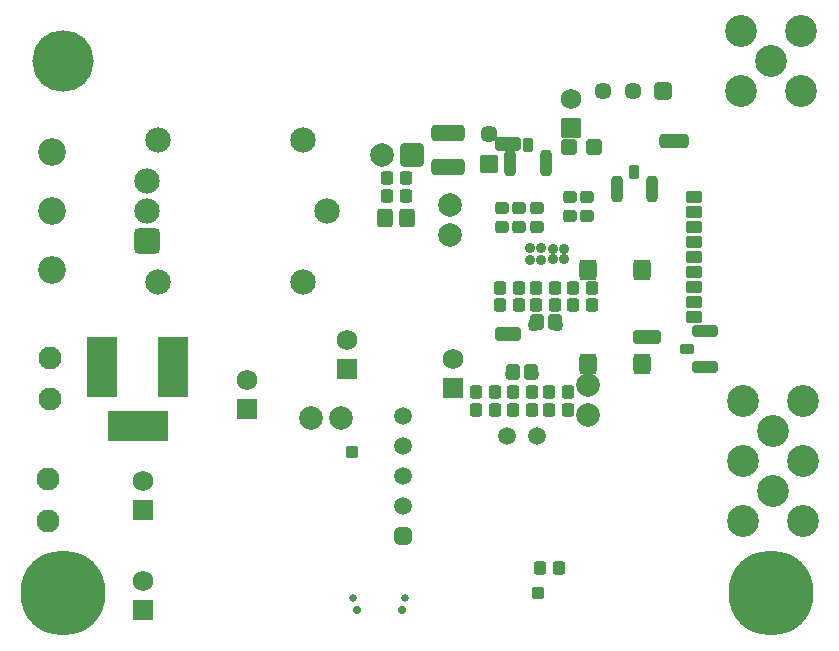
<source format=gbs>
%FSLAX44Y44*%
%MOMM*%
G71*
G01*
G75*
G04 Layer_Color=16711935*
G04:AMPARAMS|DCode=10|XSize=0.67mm|YSize=0.67mm|CornerRadius=0.1508mm|HoleSize=0mm|Usage=FLASHONLY|Rotation=90.000|XOffset=0mm|YOffset=0mm|HoleType=Round|Shape=RoundedRectangle|*
%AMROUNDEDRECTD10*
21,1,0.6700,0.3685,0,0,90.0*
21,1,0.3685,0.6700,0,0,90.0*
1,1,0.3015,0.1843,0.1843*
1,1,0.3015,0.1843,-0.1843*
1,1,0.3015,-0.1843,-0.1843*
1,1,0.3015,-0.1843,0.1843*
%
%ADD10ROUNDEDRECTD10*%
G04:AMPARAMS|DCode=11|XSize=0.67mm|YSize=0.67mm|CornerRadius=0.1508mm|HoleSize=0mm|Usage=FLASHONLY|Rotation=180.000|XOffset=0mm|YOffset=0mm|HoleType=Round|Shape=RoundedRectangle|*
%AMROUNDEDRECTD11*
21,1,0.6700,0.3685,0,0,180.0*
21,1,0.3685,0.6700,0,0,180.0*
1,1,0.3015,-0.1843,0.1843*
1,1,0.3015,0.1843,0.1843*
1,1,0.3015,0.1843,-0.1843*
1,1,0.3015,-0.1843,-0.1843*
%
%ADD11ROUNDEDRECTD11*%
G04:AMPARAMS|DCode=12|XSize=1.1mm|YSize=0.6mm|CornerRadius=0.201mm|HoleSize=0mm|Usage=FLASHONLY|Rotation=270.000|XOffset=0mm|YOffset=0mm|HoleType=Round|Shape=RoundedRectangle|*
%AMROUNDEDRECTD12*
21,1,1.1000,0.1980,0,0,270.0*
21,1,0.6980,0.6000,0,0,270.0*
1,1,0.4020,-0.0990,-0.3490*
1,1,0.4020,-0.0990,0.3490*
1,1,0.4020,0.0990,0.3490*
1,1,0.4020,0.0990,-0.3490*
%
%ADD12ROUNDEDRECTD12*%
G04:AMPARAMS|DCode=13|XSize=2.5mm|YSize=2mm|CornerRadius=0.25mm|HoleSize=0mm|Usage=FLASHONLY|Rotation=270.000|XOffset=0mm|YOffset=0mm|HoleType=Round|Shape=RoundedRectangle|*
%AMROUNDEDRECTD13*
21,1,2.5000,1.5000,0,0,270.0*
21,1,2.0000,2.0000,0,0,270.0*
1,1,0.5000,-0.7500,-1.0000*
1,1,0.5000,-0.7500,1.0000*
1,1,0.5000,0.7500,1.0000*
1,1,0.5000,0.7500,-1.0000*
%
%ADD13ROUNDEDRECTD13*%
G04:AMPARAMS|DCode=14|XSize=2.7mm|YSize=1.2mm|CornerRadius=0.21mm|HoleSize=0mm|Usage=FLASHONLY|Rotation=0.000|XOffset=0mm|YOffset=0mm|HoleType=Round|Shape=RoundedRectangle|*
%AMROUNDEDRECTD14*
21,1,2.7000,0.7800,0,0,0.0*
21,1,2.2800,1.2000,0,0,0.0*
1,1,0.4200,1.1400,-0.3900*
1,1,0.4200,-1.1400,-0.3900*
1,1,0.4200,-1.1400,0.3900*
1,1,0.4200,1.1400,0.3900*
%
%ADD14ROUNDEDRECTD14*%
G04:AMPARAMS|DCode=15|XSize=1.05mm|YSize=0.65mm|CornerRadius=0.2015mm|HoleSize=0mm|Usage=FLASHONLY|Rotation=90.000|XOffset=0mm|YOffset=0mm|HoleType=Round|Shape=RoundedRectangle|*
%AMROUNDEDRECTD15*
21,1,1.0500,0.2470,0,0,90.0*
21,1,0.6470,0.6500,0,0,90.0*
1,1,0.4030,0.1235,0.3235*
1,1,0.4030,0.1235,-0.3235*
1,1,0.4030,-0.1235,-0.3235*
1,1,0.4030,-0.1235,0.3235*
%
%ADD15ROUNDEDRECTD15*%
G04:AMPARAMS|DCode=16|XSize=2.5mm|YSize=2mm|CornerRadius=0.2mm|HoleSize=0mm|Usage=FLASHONLY|Rotation=90.000|XOffset=0mm|YOffset=0mm|HoleType=Round|Shape=RoundedRectangle|*
%AMROUNDEDRECTD16*
21,1,2.5000,1.6000,0,0,90.0*
21,1,2.1000,2.0000,0,0,90.0*
1,1,0.4000,0.8000,1.0500*
1,1,0.4000,0.8000,-1.0500*
1,1,0.4000,-0.8000,-1.0500*
1,1,0.4000,-0.8000,1.0500*
%
%ADD16ROUNDEDRECTD16*%
G04:AMPARAMS|DCode=17|XSize=2.3mm|YSize=0.5mm|CornerRadius=0.2mm|HoleSize=0mm|Usage=FLASHONLY|Rotation=90.000|XOffset=0mm|YOffset=0mm|HoleType=Round|Shape=RoundedRectangle|*
%AMROUNDEDRECTD17*
21,1,2.3000,0.1000,0,0,90.0*
21,1,1.9000,0.5000,0,0,90.0*
1,1,0.4000,0.0500,0.9500*
1,1,0.4000,0.0500,-0.9500*
1,1,0.4000,-0.0500,-0.9500*
1,1,0.4000,-0.0500,0.9500*
%
%ADD17ROUNDEDRECTD17*%
G04:AMPARAMS|DCode=18|XSize=1.1mm|YSize=0.6mm|CornerRadius=0.201mm|HoleSize=0mm|Usage=FLASHONLY|Rotation=180.000|XOffset=0mm|YOffset=0mm|HoleType=Round|Shape=RoundedRectangle|*
%AMROUNDEDRECTD18*
21,1,1.1000,0.1980,0,0,180.0*
21,1,0.6980,0.6000,0,0,180.0*
1,1,0.4020,-0.3490,0.0990*
1,1,0.4020,0.3490,0.0990*
1,1,0.4020,0.3490,-0.0990*
1,1,0.4020,-0.3490,-0.0990*
%
%ADD18ROUNDEDRECTD18*%
G04:AMPARAMS|DCode=19|XSize=1mm|YSize=0.95mm|CornerRadius=0.1995mm|HoleSize=0mm|Usage=FLASHONLY|Rotation=270.000|XOffset=0mm|YOffset=0mm|HoleType=Round|Shape=RoundedRectangle|*
%AMROUNDEDRECTD19*
21,1,1.0000,0.5510,0,0,270.0*
21,1,0.6010,0.9500,0,0,270.0*
1,1,0.3990,-0.2755,-0.3005*
1,1,0.3990,-0.2755,0.3005*
1,1,0.3990,0.2755,0.3005*
1,1,0.3990,0.2755,-0.3005*
%
%ADD19ROUNDEDRECTD19*%
%ADD20R,0.4000X1.4000*%
G04:AMPARAMS|DCode=21|XSize=1.8mm|YSize=1.9mm|CornerRadius=0.45mm|HoleSize=0mm|Usage=FLASHONLY|Rotation=0.000|XOffset=0mm|YOffset=0mm|HoleType=Round|Shape=RoundedRectangle|*
%AMROUNDEDRECTD21*
21,1,1.8000,1.0000,0,0,0.0*
21,1,0.9000,1.9000,0,0,0.0*
1,1,0.9000,0.4500,-0.5000*
1,1,0.9000,-0.4500,-0.5000*
1,1,0.9000,-0.4500,0.5000*
1,1,0.9000,0.4500,0.5000*
%
%ADD21ROUNDEDRECTD21*%
G04:AMPARAMS|DCode=22|XSize=0.7mm|YSize=1mm|CornerRadius=0.175mm|HoleSize=0mm|Usage=FLASHONLY|Rotation=180.000|XOffset=0mm|YOffset=0mm|HoleType=Round|Shape=RoundedRectangle|*
%AMROUNDEDRECTD22*
21,1,0.7000,0.6500,0,0,180.0*
21,1,0.3500,1.0000,0,0,180.0*
1,1,0.3500,-0.1750,0.3250*
1,1,0.3500,0.1750,0.3250*
1,1,0.3500,0.1750,-0.3250*
1,1,0.3500,-0.1750,-0.3250*
%
%ADD22ROUNDEDRECTD22*%
G04:AMPARAMS|DCode=23|XSize=0.8mm|YSize=2mm|CornerRadius=0.2mm|HoleSize=0mm|Usage=FLASHONLY|Rotation=180.000|XOffset=0mm|YOffset=0mm|HoleType=Round|Shape=RoundedRectangle|*
%AMROUNDEDRECTD23*
21,1,0.8000,1.6000,0,0,180.0*
21,1,0.4000,2.0000,0,0,180.0*
1,1,0.4000,-0.2000,0.8000*
1,1,0.4000,0.2000,0.8000*
1,1,0.4000,0.2000,-0.8000*
1,1,0.4000,-0.2000,-0.8000*
%
%ADD23ROUNDEDRECTD23*%
G04:AMPARAMS|DCode=24|XSize=1mm|YSize=0.9mm|CornerRadius=0.198mm|HoleSize=0mm|Usage=FLASHONLY|Rotation=180.000|XOffset=0mm|YOffset=0mm|HoleType=Round|Shape=RoundedRectangle|*
%AMROUNDEDRECTD24*
21,1,1.0000,0.5040,0,0,180.0*
21,1,0.6040,0.9000,0,0,180.0*
1,1,0.3960,-0.3020,0.2520*
1,1,0.3960,0.3020,0.2520*
1,1,0.3960,0.3020,-0.2520*
1,1,0.3960,-0.3020,-0.2520*
%
%ADD24ROUNDEDRECTD24*%
G04:AMPARAMS|DCode=25|XSize=1.05mm|YSize=0.65mm|CornerRadius=0.2015mm|HoleSize=0mm|Usage=FLASHONLY|Rotation=0.000|XOffset=0mm|YOffset=0mm|HoleType=Round|Shape=RoundedRectangle|*
%AMROUNDEDRECTD25*
21,1,1.0500,0.2470,0,0,0.0*
21,1,0.6470,0.6500,0,0,0.0*
1,1,0.4030,0.3235,-0.1235*
1,1,0.4030,-0.3235,-0.1235*
1,1,0.4030,-0.3235,0.1235*
1,1,0.4030,0.3235,0.1235*
%
%ADD25ROUNDEDRECTD25*%
G04:AMPARAMS|DCode=26|XSize=2.5mm|YSize=1.7mm|CornerRadius=0.204mm|HoleSize=0mm|Usage=FLASHONLY|Rotation=0.000|XOffset=0mm|YOffset=0mm|HoleType=Round|Shape=RoundedRectangle|*
%AMROUNDEDRECTD26*
21,1,2.5000,1.2920,0,0,0.0*
21,1,2.0920,1.7000,0,0,0.0*
1,1,0.4080,1.0460,-0.6460*
1,1,0.4080,-1.0460,-0.6460*
1,1,0.4080,-1.0460,0.6460*
1,1,0.4080,1.0460,0.6460*
%
%ADD26ROUNDEDRECTD26*%
G04:AMPARAMS|DCode=27|XSize=5.2mm|YSize=2mm|CornerRadius=0.25mm|HoleSize=0mm|Usage=FLASHONLY|Rotation=180.000|XOffset=0mm|YOffset=0mm|HoleType=Round|Shape=RoundedRectangle|*
%AMROUNDEDRECTD27*
21,1,5.2000,1.5000,0,0,180.0*
21,1,4.7000,2.0000,0,0,180.0*
1,1,0.5000,-2.3500,0.7500*
1,1,0.5000,2.3500,0.7500*
1,1,0.5000,2.3500,-0.7500*
1,1,0.5000,-2.3500,-0.7500*
%
%ADD27ROUNDEDRECTD27*%
G04:AMPARAMS|DCode=28|XSize=0.65mm|YSize=0.35mm|CornerRadius=0.0735mm|HoleSize=0mm|Usage=FLASHONLY|Rotation=0.000|XOffset=0mm|YOffset=0mm|HoleType=Round|Shape=RoundedRectangle|*
%AMROUNDEDRECTD28*
21,1,0.6500,0.2030,0,0,0.0*
21,1,0.5030,0.3500,0,0,0.0*
1,1,0.1470,0.2515,-0.1015*
1,1,0.1470,-0.2515,-0.1015*
1,1,0.1470,-0.2515,0.1015*
1,1,0.1470,0.2515,0.1015*
%
%ADD28ROUNDEDRECTD28*%
G04:AMPARAMS|DCode=29|XSize=0.62mm|YSize=0.62mm|CornerRadius=0.1488mm|HoleSize=0mm|Usage=FLASHONLY|Rotation=0.000|XOffset=0mm|YOffset=0mm|HoleType=Round|Shape=RoundedRectangle|*
%AMROUNDEDRECTD29*
21,1,0.6200,0.3224,0,0,0.0*
21,1,0.3224,0.6200,0,0,0.0*
1,1,0.2976,0.1612,-0.1612*
1,1,0.2976,-0.1612,-0.1612*
1,1,0.2976,-0.1612,0.1612*
1,1,0.2976,0.1612,0.1612*
%
%ADD29ROUNDEDRECTD29*%
G04:AMPARAMS|DCode=30|XSize=0.3mm|YSize=0.25mm|CornerRadius=0.0525mm|HoleSize=0mm|Usage=FLASHONLY|Rotation=0.000|XOffset=0mm|YOffset=0mm|HoleType=Round|Shape=RoundedRectangle|*
%AMROUNDEDRECTD30*
21,1,0.3000,0.1450,0,0,0.0*
21,1,0.1950,0.2500,0,0,0.0*
1,1,0.1050,0.0975,-0.0725*
1,1,0.1050,-0.0975,-0.0725*
1,1,0.1050,-0.0975,0.0725*
1,1,0.1050,0.0975,0.0725*
%
%ADD30ROUNDEDRECTD30*%
%ADD31O,1.5500X0.6000*%
G04:AMPARAMS|DCode=32|XSize=0.62mm|YSize=0.62mm|CornerRadius=0.1488mm|HoleSize=0mm|Usage=FLASHONLY|Rotation=270.000|XOffset=0mm|YOffset=0mm|HoleType=Round|Shape=RoundedRectangle|*
%AMROUNDEDRECTD32*
21,1,0.6200,0.3224,0,0,270.0*
21,1,0.3224,0.6200,0,0,270.0*
1,1,0.2976,-0.1612,-0.1612*
1,1,0.2976,-0.1612,0.1612*
1,1,0.2976,0.1612,0.1612*
1,1,0.2976,0.1612,-0.1612*
%
%ADD32ROUNDEDRECTD32*%
G04:AMPARAMS|DCode=33|XSize=1mm|YSize=0.95mm|CornerRadius=0.1995mm|HoleSize=0mm|Usage=FLASHONLY|Rotation=0.000|XOffset=0mm|YOffset=0mm|HoleType=Round|Shape=RoundedRectangle|*
%AMROUNDEDRECTD33*
21,1,1.0000,0.5510,0,0,0.0*
21,1,0.6010,0.9500,0,0,0.0*
1,1,0.3990,0.3005,-0.2755*
1,1,0.3990,-0.3005,-0.2755*
1,1,0.3990,-0.3005,0.2755*
1,1,0.3990,0.3005,0.2755*
%
%ADD33ROUNDEDRECTD33*%
%ADD34O,0.6000X1.5500*%
G04:AMPARAMS|DCode=35|XSize=3.3mm|YSize=1.65mm|CornerRadius=0.198mm|HoleSize=0mm|Usage=FLASHONLY|Rotation=90.000|XOffset=0mm|YOffset=0mm|HoleType=Round|Shape=RoundedRectangle|*
%AMROUNDEDRECTD35*
21,1,3.3000,1.2540,0,0,90.0*
21,1,2.9040,1.6500,0,0,90.0*
1,1,0.3960,0.6270,1.4520*
1,1,0.3960,0.6270,-1.4520*
1,1,0.3960,-0.6270,-1.4520*
1,1,0.3960,-0.6270,1.4520*
%
%ADD35ROUNDEDRECTD35*%
G04:AMPARAMS|DCode=36|XSize=1mm|YSize=0.9mm|CornerRadius=0.198mm|HoleSize=0mm|Usage=FLASHONLY|Rotation=270.000|XOffset=0mm|YOffset=0mm|HoleType=Round|Shape=RoundedRectangle|*
%AMROUNDEDRECTD36*
21,1,1.0000,0.5040,0,0,270.0*
21,1,0.6040,0.9000,0,0,270.0*
1,1,0.3960,-0.2520,-0.3020*
1,1,0.3960,-0.2520,0.3020*
1,1,0.3960,0.2520,0.3020*
1,1,0.3960,0.2520,-0.3020*
%
%ADD36ROUNDEDRECTD36*%
G04:AMPARAMS|DCode=37|XSize=1.2mm|YSize=2mm|CornerRadius=0.3mm|HoleSize=0mm|Usage=FLASHONLY|Rotation=90.000|XOffset=0mm|YOffset=0mm|HoleType=Round|Shape=RoundedRectangle|*
%AMROUNDEDRECTD37*
21,1,1.2000,1.4000,0,0,90.0*
21,1,0.6000,2.0000,0,0,90.0*
1,1,0.6000,0.7000,0.3000*
1,1,0.6000,0.7000,-0.3000*
1,1,0.6000,-0.7000,-0.3000*
1,1,0.6000,-0.7000,0.3000*
%
%ADD37ROUNDEDRECTD37*%
G04:AMPARAMS|DCode=38|XSize=1.2mm|YSize=1.2mm|CornerRadius=0.198mm|HoleSize=0mm|Usage=FLASHONLY|Rotation=90.000|XOffset=0mm|YOffset=0mm|HoleType=Round|Shape=RoundedRectangle|*
%AMROUNDEDRECTD38*
21,1,1.2000,0.8040,0,0,90.0*
21,1,0.8040,1.2000,0,0,90.0*
1,1,0.3960,0.4020,0.4020*
1,1,0.3960,0.4020,-0.4020*
1,1,0.3960,-0.4020,-0.4020*
1,1,0.3960,-0.4020,0.4020*
%
%ADD38ROUNDEDRECTD38*%
G04:AMPARAMS|DCode=39|XSize=1.45mm|YSize=0.95mm|CornerRadius=0.1995mm|HoleSize=0mm|Usage=FLASHONLY|Rotation=90.000|XOffset=0mm|YOffset=0mm|HoleType=Round|Shape=RoundedRectangle|*
%AMROUNDEDRECTD39*
21,1,1.4500,0.5510,0,0,90.0*
21,1,1.0510,0.9500,0,0,90.0*
1,1,0.3990,0.2755,0.5255*
1,1,0.3990,0.2755,-0.5255*
1,1,0.3990,-0.2755,-0.5255*
1,1,0.3990,-0.2755,0.5255*
%
%ADD39ROUNDEDRECTD39*%
G04:AMPARAMS|DCode=40|XSize=0.3mm|YSize=0.65mm|CornerRadius=0.0495mm|HoleSize=0mm|Usage=FLASHONLY|Rotation=90.000|XOffset=0mm|YOffset=0mm|HoleType=Round|Shape=RoundedRectangle|*
%AMROUNDEDRECTD40*
21,1,0.3000,0.5510,0,0,90.0*
21,1,0.2010,0.6500,0,0,90.0*
1,1,0.0990,0.2755,0.1005*
1,1,0.0990,0.2755,-0.1005*
1,1,0.0990,-0.2755,-0.1005*
1,1,0.0990,-0.2755,0.1005*
%
%ADD40ROUNDEDRECTD40*%
G04:AMPARAMS|DCode=41|XSize=0.5mm|YSize=0.21mm|CornerRadius=0.0347mm|HoleSize=0mm|Usage=FLASHONLY|Rotation=90.000|XOffset=0mm|YOffset=0mm|HoleType=Round|Shape=RoundedRectangle|*
%AMROUNDEDRECTD41*
21,1,0.5000,0.1407,0,0,90.0*
21,1,0.4307,0.2100,0,0,90.0*
1,1,0.0693,0.0704,0.2154*
1,1,0.0693,0.0704,-0.2154*
1,1,0.0693,-0.0704,-0.2154*
1,1,0.0693,-0.0704,0.2154*
%
%ADD41ROUNDEDRECTD41*%
G04:AMPARAMS|DCode=42|XSize=0.7mm|YSize=1.5mm|CornerRadius=0.175mm|HoleSize=0mm|Usage=FLASHONLY|Rotation=0.000|XOffset=0mm|YOffset=0mm|HoleType=Round|Shape=RoundedRectangle|*
%AMROUNDEDRECTD42*
21,1,0.7000,1.1500,0,0,0.0*
21,1,0.3500,1.5000,0,0,0.0*
1,1,0.3500,0.1750,-0.5750*
1,1,0.3500,-0.1750,-0.5750*
1,1,0.3500,-0.1750,0.5750*
1,1,0.3500,0.1750,0.5750*
%
%ADD42ROUNDEDRECTD42*%
%ADD43O,2.5000X0.5000*%
%ADD44O,0.5000X2.5000*%
%ADD45O,1.8000X0.8000*%
%ADD46O,2.5000X1.0000*%
G04:AMPARAMS|DCode=47|XSize=0.8mm|YSize=2mm|CornerRadius=0.2mm|HoleSize=0mm|Usage=FLASHONLY|Rotation=270.000|XOffset=0mm|YOffset=0mm|HoleType=Round|Shape=RoundedRectangle|*
%AMROUNDEDRECTD47*
21,1,0.8000,1.6000,0,0,270.0*
21,1,0.4000,2.0000,0,0,270.0*
1,1,0.4000,-0.8000,-0.2000*
1,1,0.4000,-0.8000,0.2000*
1,1,0.4000,0.8000,0.2000*
1,1,0.4000,0.8000,-0.2000*
%
%ADD47ROUNDEDRECTD47*%
G04:AMPARAMS|DCode=48|XSize=0.7mm|YSize=1mm|CornerRadius=0.175mm|HoleSize=0mm|Usage=FLASHONLY|Rotation=90.000|XOffset=0mm|YOffset=0mm|HoleType=Round|Shape=RoundedRectangle|*
%AMROUNDEDRECTD48*
21,1,0.7000,0.6500,0,0,90.0*
21,1,0.3500,1.0000,0,0,90.0*
1,1,0.3500,0.3250,0.1750*
1,1,0.3500,0.3250,-0.1750*
1,1,0.3500,-0.3250,-0.1750*
1,1,0.3500,-0.3250,0.1750*
%
%ADD48ROUNDEDRECTD48*%
%ADD49O,0.7000X2.5000*%
%ADD50O,2.5000X0.7000*%
%ADD51C,0.5000*%
%ADD52C,0.4000*%
%ADD53C,0.7000*%
%ADD54C,0.2500*%
%ADD55C,0.2000*%
%ADD56C,0.3000*%
%ADD57C,1.0000*%
%ADD58C,0.6000*%
%ADD59C,0.8000*%
%ADD60C,0.9000*%
%ADD61C,1.8000*%
G04:AMPARAMS|DCode=62|XSize=1.3mm|YSize=1.3mm|CornerRadius=0.1625mm|HoleSize=0mm|Usage=FLASHONLY|Rotation=0.000|XOffset=0mm|YOffset=0mm|HoleType=Round|Shape=RoundedRectangle|*
%AMROUNDEDRECTD62*
21,1,1.3000,0.9750,0,0,0.0*
21,1,0.9750,1.3000,0,0,0.0*
1,1,0.3250,0.4875,-0.4875*
1,1,0.3250,-0.4875,-0.4875*
1,1,0.3250,-0.4875,0.4875*
1,1,0.3250,0.4875,0.4875*
%
%ADD62ROUNDEDRECTD62*%
%ADD63C,1.3000*%
%ADD64C,7.0000*%
%ADD65C,0.1000*%
%ADD66C,0.5000*%
G04:AMPARAMS|DCode=67|XSize=2mm|YSize=2mm|CornerRadius=0.25mm|HoleSize=0mm|Usage=FLASHONLY|Rotation=90.000|XOffset=0mm|YOffset=0mm|HoleType=Round|Shape=RoundedRectangle|*
%AMROUNDEDRECTD67*
21,1,2.0000,1.5000,0,0,90.0*
21,1,1.5000,2.0000,0,0,90.0*
1,1,0.5000,0.7500,0.7500*
1,1,0.5000,0.7500,-0.7500*
1,1,0.5000,-0.7500,-0.7500*
1,1,0.5000,-0.7500,0.7500*
%
%ADD67ROUNDEDRECTD67*%
%ADD68C,2.0000*%
%ADD69C,2.5000*%
G04:AMPARAMS|DCode=70|XSize=1.85mm|YSize=1.85mm|CornerRadius=0.2313mm|HoleSize=0mm|Usage=FLASHONLY|Rotation=0.000|XOffset=0mm|YOffset=0mm|HoleType=Round|Shape=RoundedRectangle|*
%AMROUNDEDRECTD70*
21,1,1.8500,1.3875,0,0,0.0*
21,1,1.3875,1.8500,0,0,0.0*
1,1,0.4625,0.6937,-0.6937*
1,1,0.4625,-0.6937,-0.6937*
1,1,0.4625,-0.6937,0.6937*
1,1,0.4625,0.6937,0.6937*
%
%ADD70ROUNDEDRECTD70*%
%ADD71C,1.8500*%
%ADD72C,1.6000*%
%ADD73R,1.6000X1.6000*%
G04:AMPARAMS|DCode=74|XSize=1.3mm|YSize=1.3mm|CornerRadius=0.325mm|HoleSize=0mm|Usage=FLASHONLY|Rotation=90.000|XOffset=0mm|YOffset=0mm|HoleType=Round|Shape=RoundedRectangle|*
%AMROUNDEDRECTD74*
21,1,1.3000,0.6500,0,0,90.0*
21,1,0.6500,1.3000,0,0,90.0*
1,1,0.6500,0.3250,0.3250*
1,1,0.6500,0.3250,-0.3250*
1,1,0.6500,-0.3250,-0.3250*
1,1,0.6500,-0.3250,0.3250*
%
%ADD74ROUNDEDRECTD74*%
%ADD75R,2.5000X5.0000*%
%ADD76R,5.0000X2.5000*%
G04:AMPARAMS|DCode=77|XSize=1mm|YSize=1mm|CornerRadius=0.25mm|HoleSize=0mm|Usage=FLASHONLY|Rotation=0.000|XOffset=0mm|YOffset=0mm|HoleType=Round|Shape=RoundedRectangle|*
%AMROUNDEDRECTD77*
21,1,1.0000,0.5000,0,0,0.0*
21,1,0.5000,1.0000,0,0,0.0*
1,1,0.5000,0.2500,-0.2500*
1,1,0.5000,-0.2500,-0.2500*
1,1,0.5000,-0.2500,0.2500*
1,1,0.5000,0.2500,0.2500*
%
%ADD77ROUNDEDRECTD77*%
%ADD78C,2.2000*%
G04:AMPARAMS|DCode=79|XSize=1.6mm|YSize=1.6mm|CornerRadius=0.2mm|HoleSize=0mm|Usage=FLASHONLY|Rotation=90.000|XOffset=0mm|YOffset=0mm|HoleType=Round|Shape=RoundedRectangle|*
%AMROUNDEDRECTD79*
21,1,1.6000,1.2000,0,0,90.0*
21,1,1.2000,1.6000,0,0,90.0*
1,1,0.4000,0.6000,0.6000*
1,1,0.4000,0.6000,-0.6000*
1,1,0.4000,-0.6000,-0.6000*
1,1,0.4000,-0.6000,0.6000*
%
%ADD79ROUNDEDRECTD79*%
G04:AMPARAMS|DCode=80|XSize=1.4mm|YSize=1.4mm|CornerRadius=0.175mm|HoleSize=0mm|Usage=FLASHONLY|Rotation=90.000|XOffset=0mm|YOffset=0mm|HoleType=Round|Shape=RoundedRectangle|*
%AMROUNDEDRECTD80*
21,1,1.4000,1.0500,0,0,90.0*
21,1,1.0500,1.4000,0,0,90.0*
1,1,0.3500,0.5250,0.5250*
1,1,0.3500,0.5250,-0.5250*
1,1,0.3500,-0.5250,-0.5250*
1,1,0.3500,-0.5250,0.5250*
%
%ADD80ROUNDEDRECTD80*%
%ADD81C,1.0000*%
%ADD82C,0.6000*%
G04:AMPARAMS|DCode=83|XSize=1.15mm|YSize=2.1mm|CornerRadius=0.2875mm|HoleSize=0mm|Usage=FLASHONLY|Rotation=90.000|XOffset=0mm|YOffset=0mm|HoleType=Round|Shape=RoundedRectangle|*
%AMROUNDEDRECTD83*
21,1,1.1500,1.5250,0,0,90.0*
21,1,0.5750,2.1000,0,0,90.0*
1,1,0.5750,0.7625,0.2875*
1,1,0.5750,0.7625,-0.2875*
1,1,0.5750,-0.7625,-0.2875*
1,1,0.5750,-0.7625,0.2875*
%
%ADD83ROUNDEDRECTD83*%
G04:AMPARAMS|DCode=84|XSize=2.5mm|YSize=1.15mm|CornerRadius=0.3852mm|HoleSize=0mm|Usage=FLASHONLY|Rotation=0.000|XOffset=0mm|YOffset=0mm|HoleType=Round|Shape=RoundedRectangle|*
%AMROUNDEDRECTD84*
21,1,2.5000,0.3795,0,0,0.0*
21,1,1.7295,1.1500,0,0,0.0*
1,1,0.7705,0.8648,-0.1898*
1,1,0.7705,-0.8648,-0.1898*
1,1,0.7705,-0.8648,0.1898*
1,1,0.7705,0.8648,0.1898*
%
%ADD84ROUNDEDRECTD84*%
G04:AMPARAMS|DCode=85|XSize=1.3mm|YSize=1mm|CornerRadius=0.25mm|HoleSize=0mm|Usage=FLASHONLY|Rotation=0.000|XOffset=0mm|YOffset=0mm|HoleType=Round|Shape=RoundedRectangle|*
%AMROUNDEDRECTD85*
21,1,1.3000,0.5000,0,0,0.0*
21,1,0.8000,1.0000,0,0,0.0*
1,1,0.5000,0.4000,-0.2500*
1,1,0.5000,-0.4000,-0.2500*
1,1,0.5000,-0.4000,0.2500*
1,1,0.5000,0.4000,0.2500*
%
%ADD85ROUNDEDRECTD85*%
G04:AMPARAMS|DCode=86|XSize=2.35mm|YSize=1.15mm|CornerRadius=0.3852mm|HoleSize=0mm|Usage=FLASHONLY|Rotation=0.000|XOffset=0mm|YOffset=0mm|HoleType=Round|Shape=RoundedRectangle|*
%AMROUNDEDRECTD86*
21,1,2.3500,0.3795,0,0,0.0*
21,1,1.5795,1.1500,0,0,0.0*
1,1,0.7705,0.7897,-0.1898*
1,1,0.7705,-0.7897,-0.1898*
1,1,0.7705,-0.7897,0.1898*
1,1,0.7705,0.7897,0.1898*
%
%ADD86ROUNDEDRECTD86*%
G04:AMPARAMS|DCode=87|XSize=1mm|YSize=1.2mm|CornerRadius=0.165mm|HoleSize=0mm|Usage=FLASHONLY|Rotation=180.000|XOffset=0mm|YOffset=0mm|HoleType=Round|Shape=RoundedRectangle|*
%AMROUNDEDRECTD87*
21,1,1.0000,0.8700,0,0,180.0*
21,1,0.6700,1.2000,0,0,180.0*
1,1,0.3300,-0.3350,0.4350*
1,1,0.3300,0.3350,0.4350*
1,1,0.3300,0.3350,-0.4350*
1,1,0.3300,-0.3350,-0.4350*
%
%ADD87ROUNDEDRECTD87*%
G04:AMPARAMS|DCode=88|XSize=1.6mm|YSize=1.3mm|CornerRadius=0.2015mm|HoleSize=0mm|Usage=FLASHONLY|Rotation=90.000|XOffset=0mm|YOffset=0mm|HoleType=Round|Shape=RoundedRectangle|*
%AMROUNDEDRECTD88*
21,1,1.6000,0.8970,0,0,90.0*
21,1,1.1970,1.3000,0,0,90.0*
1,1,0.4030,0.4485,0.5985*
1,1,0.4030,0.4485,-0.5985*
1,1,0.4030,-0.4485,-0.5985*
1,1,0.4030,-0.4485,0.5985*
%
%ADD88ROUNDEDRECTD88*%
G04:AMPARAMS|DCode=89|XSize=0.7mm|YSize=2.5mm|CornerRadius=0.175mm|HoleSize=0mm|Usage=FLASHONLY|Rotation=180.000|XOffset=0mm|YOffset=0mm|HoleType=Round|Shape=RoundedRectangle|*
%AMROUNDEDRECTD89*
21,1,0.7000,2.1500,0,0,180.0*
21,1,0.3500,2.5000,0,0,180.0*
1,1,0.3500,-0.1750,1.0750*
1,1,0.3500,0.1750,1.0750*
1,1,0.3500,0.1750,-1.0750*
1,1,0.3500,-0.1750,-1.0750*
%
%ADD89ROUNDEDRECTD89*%
G04:AMPARAMS|DCode=90|XSize=1.45mm|YSize=1.15mm|CornerRadius=0.2013mm|HoleSize=0mm|Usage=FLASHONLY|Rotation=90.000|XOffset=0mm|YOffset=0mm|HoleType=Round|Shape=RoundedRectangle|*
%AMROUNDEDRECTD90*
21,1,1.4500,0.7475,0,0,90.0*
21,1,1.0475,1.1500,0,0,90.0*
1,1,0.4025,0.3738,0.5238*
1,1,0.4025,0.3738,-0.5238*
1,1,0.4025,-0.3738,-0.5238*
1,1,0.4025,-0.3738,0.5238*
%
%ADD90ROUNDEDRECTD90*%
G04:AMPARAMS|DCode=91|XSize=1.2mm|YSize=1.2mm|CornerRadius=0.198mm|HoleSize=0mm|Usage=FLASHONLY|Rotation=0.000|XOffset=0mm|YOffset=0mm|HoleType=Round|Shape=RoundedRectangle|*
%AMROUNDEDRECTD91*
21,1,1.2000,0.8040,0,0,0.0*
21,1,0.8040,1.2000,0,0,0.0*
1,1,0.3960,0.4020,-0.4020*
1,1,0.3960,-0.4020,-0.4020*
1,1,0.3960,-0.4020,0.4020*
1,1,0.3960,0.4020,0.4020*
%
%ADD91ROUNDEDRECTD91*%
%ADD92C,5.0000*%
%ADD93C,0.2540*%
%ADD94C,0.1500*%
%ADD95C,0.1000*%
%ADD96C,0.0500*%
%ADD97C,0.0100*%
%ADD98C,0.0750*%
G04:AMPARAMS|DCode=99|XSize=0.77mm|YSize=0.77mm|CornerRadius=0.2008mm|HoleSize=0mm|Usage=FLASHONLY|Rotation=90.000|XOffset=0mm|YOffset=0mm|HoleType=Round|Shape=RoundedRectangle|*
%AMROUNDEDRECTD99*
21,1,0.7700,0.3685,0,0,90.0*
21,1,0.3685,0.7700,0,0,90.0*
1,1,0.4015,0.1843,0.1843*
1,1,0.4015,0.1843,-0.1843*
1,1,0.4015,-0.1843,-0.1843*
1,1,0.4015,-0.1843,0.1843*
%
%ADD99ROUNDEDRECTD99*%
G04:AMPARAMS|DCode=100|XSize=0.77mm|YSize=0.77mm|CornerRadius=0.2008mm|HoleSize=0mm|Usage=FLASHONLY|Rotation=180.000|XOffset=0mm|YOffset=0mm|HoleType=Round|Shape=RoundedRectangle|*
%AMROUNDEDRECTD100*
21,1,0.7700,0.3685,0,0,180.0*
21,1,0.3685,0.7700,0,0,180.0*
1,1,0.4015,-0.1843,0.1843*
1,1,0.4015,0.1843,0.1843*
1,1,0.4015,0.1843,-0.1843*
1,1,0.4015,-0.1843,-0.1843*
%
%ADD100ROUNDEDRECTD100*%
G04:AMPARAMS|DCode=101|XSize=1.25mm|YSize=0.75mm|CornerRadius=0.276mm|HoleSize=0mm|Usage=FLASHONLY|Rotation=270.000|XOffset=0mm|YOffset=0mm|HoleType=Round|Shape=RoundedRectangle|*
%AMROUNDEDRECTD101*
21,1,1.2500,0.1980,0,0,270.0*
21,1,0.6980,0.7500,0,0,270.0*
1,1,0.5520,-0.0990,-0.3490*
1,1,0.5520,-0.0990,0.3490*
1,1,0.5520,0.0990,0.3490*
1,1,0.5520,0.0990,-0.3490*
%
%ADD101ROUNDEDRECTD101*%
G04:AMPARAMS|DCode=102|XSize=2.7032mm|YSize=2.2032mm|CornerRadius=0.3516mm|HoleSize=0mm|Usage=FLASHONLY|Rotation=270.000|XOffset=0mm|YOffset=0mm|HoleType=Round|Shape=RoundedRectangle|*
%AMROUNDEDRECTD102*
21,1,2.7032,1.5000,0,0,270.0*
21,1,2.0000,2.2032,0,0,270.0*
1,1,0.7032,-0.7500,-1.0000*
1,1,0.7032,-0.7500,1.0000*
1,1,0.7032,0.7500,1.0000*
1,1,0.7032,0.7500,-1.0000*
%
%ADD102ROUNDEDRECTD102*%
G04:AMPARAMS|DCode=103|XSize=2.85mm|YSize=1.35mm|CornerRadius=0.285mm|HoleSize=0mm|Usage=FLASHONLY|Rotation=0.000|XOffset=0mm|YOffset=0mm|HoleType=Round|Shape=RoundedRectangle|*
%AMROUNDEDRECTD103*
21,1,2.8500,0.7800,0,0,0.0*
21,1,2.2800,1.3500,0,0,0.0*
1,1,0.5700,1.1400,-0.3900*
1,1,0.5700,-1.1400,-0.3900*
1,1,0.5700,-1.1400,0.3900*
1,1,0.5700,1.1400,0.3900*
%
%ADD103ROUNDEDRECTD103*%
G04:AMPARAMS|DCode=104|XSize=1.2mm|YSize=0.8mm|CornerRadius=0.2765mm|HoleSize=0mm|Usage=FLASHONLY|Rotation=90.000|XOffset=0mm|YOffset=0mm|HoleType=Round|Shape=RoundedRectangle|*
%AMROUNDEDRECTD104*
21,1,1.2000,0.2470,0,0,90.0*
21,1,0.6470,0.8000,0,0,90.0*
1,1,0.5530,0.1235,0.3235*
1,1,0.5530,0.1235,-0.3235*
1,1,0.5530,-0.1235,-0.3235*
1,1,0.5530,-0.1235,0.3235*
%
%ADD104ROUNDEDRECTD104*%
G04:AMPARAMS|DCode=105|XSize=2.65mm|YSize=2.15mm|CornerRadius=0.275mm|HoleSize=0mm|Usage=FLASHONLY|Rotation=90.000|XOffset=0mm|YOffset=0mm|HoleType=Round|Shape=RoundedRectangle|*
%AMROUNDEDRECTD105*
21,1,2.6500,1.6000,0,0,90.0*
21,1,2.1000,2.1500,0,0,90.0*
1,1,0.5500,0.8000,1.0500*
1,1,0.5500,0.8000,-1.0500*
1,1,0.5500,-0.8000,-1.0500*
1,1,0.5500,-0.8000,1.0500*
%
%ADD105ROUNDEDRECTD105*%
G04:AMPARAMS|DCode=106|XSize=2.45mm|YSize=0.65mm|CornerRadius=0.275mm|HoleSize=0mm|Usage=FLASHONLY|Rotation=90.000|XOffset=0mm|YOffset=0mm|HoleType=Round|Shape=RoundedRectangle|*
%AMROUNDEDRECTD106*
21,1,2.4500,0.1000,0,0,90.0*
21,1,1.9000,0.6500,0,0,90.0*
1,1,0.5500,0.0500,0.9500*
1,1,0.5500,0.0500,-0.9500*
1,1,0.5500,-0.0500,-0.9500*
1,1,0.5500,-0.0500,0.9500*
%
%ADD106ROUNDEDRECTD106*%
G04:AMPARAMS|DCode=107|XSize=1.25mm|YSize=0.75mm|CornerRadius=0.276mm|HoleSize=0mm|Usage=FLASHONLY|Rotation=180.000|XOffset=0mm|YOffset=0mm|HoleType=Round|Shape=RoundedRectangle|*
%AMROUNDEDRECTD107*
21,1,1.2500,0.1980,0,0,180.0*
21,1,0.6980,0.7500,0,0,180.0*
1,1,0.5520,-0.3490,0.0990*
1,1,0.5520,0.3490,0.0990*
1,1,0.5520,0.3490,-0.0990*
1,1,0.5520,-0.3490,-0.0990*
%
%ADD107ROUNDEDRECTD107*%
G04:AMPARAMS|DCode=108|XSize=1.15mm|YSize=1.1mm|CornerRadius=0.2745mm|HoleSize=0mm|Usage=FLASHONLY|Rotation=270.000|XOffset=0mm|YOffset=0mm|HoleType=Round|Shape=RoundedRectangle|*
%AMROUNDEDRECTD108*
21,1,1.1500,0.5510,0,0,270.0*
21,1,0.6010,1.1000,0,0,270.0*
1,1,0.5490,-0.2755,-0.3005*
1,1,0.5490,-0.2755,0.3005*
1,1,0.5490,0.2755,0.3005*
1,1,0.5490,0.2755,-0.3005*
%
%ADD108ROUNDEDRECTD108*%
%ADD109R,0.6032X1.6032*%
G04:AMPARAMS|DCode=110|XSize=2.0032mm|YSize=2.1032mm|CornerRadius=0.5516mm|HoleSize=0mm|Usage=FLASHONLY|Rotation=0.000|XOffset=0mm|YOffset=0mm|HoleType=Round|Shape=RoundedRectangle|*
%AMROUNDEDRECTD110*
21,1,2.0032,1.0000,0,0,0.0*
21,1,0.9000,2.1032,0,0,0.0*
1,1,1.1032,0.4500,-0.5000*
1,1,1.1032,-0.4500,-0.5000*
1,1,1.1032,-0.4500,0.5000*
1,1,1.1032,0.4500,0.5000*
%
%ADD110ROUNDEDRECTD110*%
G04:AMPARAMS|DCode=111|XSize=0.9032mm|YSize=1.2032mm|CornerRadius=0.2766mm|HoleSize=0mm|Usage=FLASHONLY|Rotation=180.000|XOffset=0mm|YOffset=0mm|HoleType=Round|Shape=RoundedRectangle|*
%AMROUNDEDRECTD111*
21,1,0.9032,0.6500,0,0,180.0*
21,1,0.3500,1.2032,0,0,180.0*
1,1,0.5532,-0.1750,0.3250*
1,1,0.5532,0.1750,0.3250*
1,1,0.5532,0.1750,-0.3250*
1,1,0.5532,-0.1750,-0.3250*
%
%ADD111ROUNDEDRECTD111*%
G04:AMPARAMS|DCode=112|XSize=1.0032mm|YSize=2.2032mm|CornerRadius=0.3016mm|HoleSize=0mm|Usage=FLASHONLY|Rotation=180.000|XOffset=0mm|YOffset=0mm|HoleType=Round|Shape=RoundedRectangle|*
%AMROUNDEDRECTD112*
21,1,1.0032,1.6000,0,0,180.0*
21,1,0.4000,2.2032,0,0,180.0*
1,1,0.6032,-0.2000,0.8000*
1,1,0.6032,0.2000,0.8000*
1,1,0.6032,0.2000,-0.8000*
1,1,0.6032,-0.2000,-0.8000*
%
%ADD112ROUNDEDRECTD112*%
G04:AMPARAMS|DCode=113|XSize=1.15mm|YSize=1.05mm|CornerRadius=0.273mm|HoleSize=0mm|Usage=FLASHONLY|Rotation=180.000|XOffset=0mm|YOffset=0mm|HoleType=Round|Shape=RoundedRectangle|*
%AMROUNDEDRECTD113*
21,1,1.1500,0.5040,0,0,180.0*
21,1,0.6040,1.0500,0,0,180.0*
1,1,0.5460,-0.3020,0.2520*
1,1,0.5460,0.3020,0.2520*
1,1,0.5460,0.3020,-0.2520*
1,1,0.5460,-0.3020,-0.2520*
%
%ADD113ROUNDEDRECTD113*%
G04:AMPARAMS|DCode=114|XSize=1.2mm|YSize=0.8mm|CornerRadius=0.2765mm|HoleSize=0mm|Usage=FLASHONLY|Rotation=0.000|XOffset=0mm|YOffset=0mm|HoleType=Round|Shape=RoundedRectangle|*
%AMROUNDEDRECTD114*
21,1,1.2000,0.2470,0,0,0.0*
21,1,0.6470,0.8000,0,0,0.0*
1,1,0.5530,0.3235,-0.1235*
1,1,0.5530,-0.3235,-0.1235*
1,1,0.5530,-0.3235,0.1235*
1,1,0.5530,0.3235,0.1235*
%
%ADD114ROUNDEDRECTD114*%
G04:AMPARAMS|DCode=115|XSize=2.65mm|YSize=1.85mm|CornerRadius=0.279mm|HoleSize=0mm|Usage=FLASHONLY|Rotation=0.000|XOffset=0mm|YOffset=0mm|HoleType=Round|Shape=RoundedRectangle|*
%AMROUNDEDRECTD115*
21,1,2.6500,1.2920,0,0,0.0*
21,1,2.0920,1.8500,0,0,0.0*
1,1,0.5580,1.0460,-0.6460*
1,1,0.5580,-1.0460,-0.6460*
1,1,0.5580,-1.0460,0.6460*
1,1,0.5580,1.0460,0.6460*
%
%ADD115ROUNDEDRECTD115*%
G04:AMPARAMS|DCode=116|XSize=5.35mm|YSize=2.15mm|CornerRadius=0.325mm|HoleSize=0mm|Usage=FLASHONLY|Rotation=180.000|XOffset=0mm|YOffset=0mm|HoleType=Round|Shape=RoundedRectangle|*
%AMROUNDEDRECTD116*
21,1,5.3500,1.5000,0,0,180.0*
21,1,4.7000,2.1500,0,0,180.0*
1,1,0.6500,-2.3500,0.7500*
1,1,0.6500,2.3500,0.7500*
1,1,0.6500,2.3500,-0.7500*
1,1,0.6500,-2.3500,-0.7500*
%
%ADD116ROUNDEDRECTD116*%
G04:AMPARAMS|DCode=117|XSize=0.8mm|YSize=0.5mm|CornerRadius=0.1485mm|HoleSize=0mm|Usage=FLASHONLY|Rotation=0.000|XOffset=0mm|YOffset=0mm|HoleType=Round|Shape=RoundedRectangle|*
%AMROUNDEDRECTD117*
21,1,0.8000,0.2030,0,0,0.0*
21,1,0.5030,0.5000,0,0,0.0*
1,1,0.2970,0.2515,-0.1015*
1,1,0.2970,-0.2515,-0.1015*
1,1,0.2970,-0.2515,0.1015*
1,1,0.2970,0.2515,0.1015*
%
%ADD117ROUNDEDRECTD117*%
G04:AMPARAMS|DCode=118|XSize=0.77mm|YSize=0.77mm|CornerRadius=0.2238mm|HoleSize=0mm|Usage=FLASHONLY|Rotation=0.000|XOffset=0mm|YOffset=0mm|HoleType=Round|Shape=RoundedRectangle|*
%AMROUNDEDRECTD118*
21,1,0.7700,0.3224,0,0,0.0*
21,1,0.3224,0.7700,0,0,0.0*
1,1,0.4476,0.1612,-0.1612*
1,1,0.4476,-0.1612,-0.1612*
1,1,0.4476,-0.1612,0.1612*
1,1,0.4476,0.1612,0.1612*
%
%ADD118ROUNDEDRECTD118*%
G04:AMPARAMS|DCode=119|XSize=0.45mm|YSize=0.4mm|CornerRadius=0.1275mm|HoleSize=0mm|Usage=FLASHONLY|Rotation=0.000|XOffset=0mm|YOffset=0mm|HoleType=Round|Shape=RoundedRectangle|*
%AMROUNDEDRECTD119*
21,1,0.4500,0.1450,0,0,0.0*
21,1,0.1950,0.4000,0,0,0.0*
1,1,0.2550,0.0975,-0.0725*
1,1,0.2550,-0.0975,-0.0725*
1,1,0.2550,-0.0975,0.0725*
1,1,0.2550,0.0975,0.0725*
%
%ADD119ROUNDEDRECTD119*%
%ADD120O,1.7000X0.7500*%
G04:AMPARAMS|DCode=121|XSize=0.77mm|YSize=0.77mm|CornerRadius=0.2238mm|HoleSize=0mm|Usage=FLASHONLY|Rotation=270.000|XOffset=0mm|YOffset=0mm|HoleType=Round|Shape=RoundedRectangle|*
%AMROUNDEDRECTD121*
21,1,0.7700,0.3224,0,0,270.0*
21,1,0.3224,0.7700,0,0,270.0*
1,1,0.4476,-0.1612,-0.1612*
1,1,0.4476,-0.1612,0.1612*
1,1,0.4476,0.1612,0.1612*
1,1,0.4476,0.1612,-0.1612*
%
%ADD121ROUNDEDRECTD121*%
G04:AMPARAMS|DCode=122|XSize=1.15mm|YSize=1.1mm|CornerRadius=0.2745mm|HoleSize=0mm|Usage=FLASHONLY|Rotation=0.000|XOffset=0mm|YOffset=0mm|HoleType=Round|Shape=RoundedRectangle|*
%AMROUNDEDRECTD122*
21,1,1.1500,0.5510,0,0,0.0*
21,1,0.6010,1.1000,0,0,0.0*
1,1,0.5490,0.3005,-0.2755*
1,1,0.5490,-0.3005,-0.2755*
1,1,0.5490,-0.3005,0.2755*
1,1,0.5490,0.3005,0.2755*
%
%ADD122ROUNDEDRECTD122*%
%ADD123O,0.7500X1.7000*%
G04:AMPARAMS|DCode=124|XSize=3.45mm|YSize=1.8mm|CornerRadius=0.273mm|HoleSize=0mm|Usage=FLASHONLY|Rotation=90.000|XOffset=0mm|YOffset=0mm|HoleType=Round|Shape=RoundedRectangle|*
%AMROUNDEDRECTD124*
21,1,3.4500,1.2540,0,0,90.0*
21,1,2.9040,1.8000,0,0,90.0*
1,1,0.5460,0.6270,1.4520*
1,1,0.5460,0.6270,-1.4520*
1,1,0.5460,-0.6270,-1.4520*
1,1,0.5460,-0.6270,1.4520*
%
%ADD124ROUNDEDRECTD124*%
G04:AMPARAMS|DCode=125|XSize=1.15mm|YSize=1.05mm|CornerRadius=0.273mm|HoleSize=0mm|Usage=FLASHONLY|Rotation=270.000|XOffset=0mm|YOffset=0mm|HoleType=Round|Shape=RoundedRectangle|*
%AMROUNDEDRECTD125*
21,1,1.1500,0.5040,0,0,270.0*
21,1,0.6040,1.0500,0,0,270.0*
1,1,0.5460,-0.2520,-0.3020*
1,1,0.5460,-0.2520,0.3020*
1,1,0.5460,0.2520,0.3020*
1,1,0.5460,0.2520,-0.3020*
%
%ADD125ROUNDEDRECTD125*%
G04:AMPARAMS|DCode=126|XSize=1.3mm|YSize=2.1mm|CornerRadius=0.35mm|HoleSize=0mm|Usage=FLASHONLY|Rotation=90.000|XOffset=0mm|YOffset=0mm|HoleType=Round|Shape=RoundedRectangle|*
%AMROUNDEDRECTD126*
21,1,1.3000,1.4000,0,0,90.0*
21,1,0.6000,2.1000,0,0,90.0*
1,1,0.7000,0.7000,0.3000*
1,1,0.7000,0.7000,-0.3000*
1,1,0.7000,-0.7000,-0.3000*
1,1,0.7000,-0.7000,0.3000*
%
%ADD126ROUNDEDRECTD126*%
G04:AMPARAMS|DCode=127|XSize=1.35mm|YSize=1.35mm|CornerRadius=0.273mm|HoleSize=0mm|Usage=FLASHONLY|Rotation=90.000|XOffset=0mm|YOffset=0mm|HoleType=Round|Shape=RoundedRectangle|*
%AMROUNDEDRECTD127*
21,1,1.3500,0.8040,0,0,90.0*
21,1,0.8040,1.3500,0,0,90.0*
1,1,0.5460,0.4020,0.4020*
1,1,0.5460,0.4020,-0.4020*
1,1,0.5460,-0.4020,-0.4020*
1,1,0.5460,-0.4020,0.4020*
%
%ADD127ROUNDEDRECTD127*%
G04:AMPARAMS|DCode=128|XSize=1.55mm|YSize=1.05mm|CornerRadius=0.2495mm|HoleSize=0mm|Usage=FLASHONLY|Rotation=90.000|XOffset=0mm|YOffset=0mm|HoleType=Round|Shape=RoundedRectangle|*
%AMROUNDEDRECTD128*
21,1,1.5500,0.5510,0,0,90.0*
21,1,1.0510,1.0500,0,0,90.0*
1,1,0.4990,0.2755,0.5255*
1,1,0.4990,0.2755,-0.5255*
1,1,0.4990,-0.2755,-0.5255*
1,1,0.4990,-0.2755,0.5255*
%
%ADD128ROUNDEDRECTD128*%
G04:AMPARAMS|DCode=129|XSize=0.45mm|YSize=0.8mm|CornerRadius=0.1245mm|HoleSize=0mm|Usage=FLASHONLY|Rotation=90.000|XOffset=0mm|YOffset=0mm|HoleType=Round|Shape=RoundedRectangle|*
%AMROUNDEDRECTD129*
21,1,0.4500,0.5510,0,0,90.0*
21,1,0.2010,0.8000,0,0,90.0*
1,1,0.2490,0.2755,0.1005*
1,1,0.2490,0.2755,-0.1005*
1,1,0.2490,-0.2755,-0.1005*
1,1,0.2490,-0.2755,0.1005*
%
%ADD129ROUNDEDRECTD129*%
G04:AMPARAMS|DCode=130|XSize=0.65mm|YSize=0.36mm|CornerRadius=0.1097mm|HoleSize=0mm|Usage=FLASHONLY|Rotation=90.000|XOffset=0mm|YOffset=0mm|HoleType=Round|Shape=RoundedRectangle|*
%AMROUNDEDRECTD130*
21,1,0.6500,0.1407,0,0,90.0*
21,1,0.4307,0.3600,0,0,90.0*
1,1,0.2193,0.0704,0.2154*
1,1,0.2193,0.0704,-0.2154*
1,1,0.2193,-0.0704,-0.2154*
1,1,0.2193,-0.0704,0.2154*
%
%ADD130ROUNDEDRECTD130*%
%ADD131O,1.9500X0.9500*%
%ADD132O,2.6500X1.1500*%
G04:AMPARAMS|DCode=133|XSize=1.0032mm|YSize=2.2032mm|CornerRadius=0.3016mm|HoleSize=0mm|Usage=FLASHONLY|Rotation=270.000|XOffset=0mm|YOffset=0mm|HoleType=Round|Shape=RoundedRectangle|*
%AMROUNDEDRECTD133*
21,1,1.0032,1.6000,0,0,270.0*
21,1,0.4000,2.2032,0,0,270.0*
1,1,0.6032,-0.8000,-0.2000*
1,1,0.6032,-0.8000,0.2000*
1,1,0.6032,0.8000,0.2000*
1,1,0.6032,0.8000,-0.2000*
%
%ADD133ROUNDEDRECTD133*%
G04:AMPARAMS|DCode=134|XSize=0.9032mm|YSize=1.2032mm|CornerRadius=0.2766mm|HoleSize=0mm|Usage=FLASHONLY|Rotation=90.000|XOffset=0mm|YOffset=0mm|HoleType=Round|Shape=RoundedRectangle|*
%AMROUNDEDRECTD134*
21,1,0.9032,0.6500,0,0,90.0*
21,1,0.3500,1.2032,0,0,90.0*
1,1,0.5532,0.3250,0.1750*
1,1,0.5532,0.3250,-0.1750*
1,1,0.5532,-0.3250,-0.1750*
1,1,0.5532,-0.3250,0.1750*
%
%ADD134ROUNDEDRECTD134*%
%ADD135O,0.9032X2.7032*%
%ADD136O,2.7032X0.9032*%
%ADD137C,1.1032*%
%ADD138C,1.9500*%
G04:AMPARAMS|DCode=139|XSize=1.45mm|YSize=1.45mm|CornerRadius=0.2375mm|HoleSize=0mm|Usage=FLASHONLY|Rotation=0.000|XOffset=0mm|YOffset=0mm|HoleType=Round|Shape=RoundedRectangle|*
%AMROUNDEDRECTD139*
21,1,1.4500,0.9750,0,0,0.0*
21,1,0.9750,1.4500,0,0,0.0*
1,1,0.4750,0.4875,-0.4875*
1,1,0.4750,-0.4875,-0.4875*
1,1,0.4750,-0.4875,0.4875*
1,1,0.4750,0.4875,0.4875*
%
%ADD139ROUNDEDRECTD139*%
%ADD140C,1.4500*%
%ADD141C,7.2032*%
%ADD142C,0.6500*%
%ADD143C,0.7032*%
G04:AMPARAMS|DCode=144|XSize=2.15mm|YSize=2.15mm|CornerRadius=0.325mm|HoleSize=0mm|Usage=FLASHONLY|Rotation=90.000|XOffset=0mm|YOffset=0mm|HoleType=Round|Shape=RoundedRectangle|*
%AMROUNDEDRECTD144*
21,1,2.1500,1.5000,0,0,90.0*
21,1,1.5000,2.1500,0,0,90.0*
1,1,0.6500,0.7500,0.7500*
1,1,0.6500,0.7500,-0.7500*
1,1,0.6500,-0.7500,-0.7500*
1,1,0.6500,-0.7500,0.7500*
%
%ADD144ROUNDEDRECTD144*%
%ADD145C,2.1500*%
%ADD146C,2.7032*%
G04:AMPARAMS|DCode=147|XSize=2mm|YSize=2mm|CornerRadius=0.3063mm|HoleSize=0mm|Usage=FLASHONLY|Rotation=0.000|XOffset=0mm|YOffset=0mm|HoleType=Round|Shape=RoundedRectangle|*
%AMROUNDEDRECTD147*
21,1,2.0000,1.3875,0,0,0.0*
21,1,1.3875,2.0000,0,0,0.0*
1,1,0.6125,0.6937,-0.6937*
1,1,0.6125,-0.6937,-0.6937*
1,1,0.6125,-0.6937,0.6937*
1,1,0.6125,0.6937,0.6937*
%
%ADD147ROUNDEDRECTD147*%
%ADD148C,1.7500*%
%ADD149R,1.7500X1.7500*%
G04:AMPARAMS|DCode=150|XSize=1.5032mm|YSize=1.5032mm|CornerRadius=0.4266mm|HoleSize=0mm|Usage=FLASHONLY|Rotation=90.000|XOffset=0mm|YOffset=0mm|HoleType=Round|Shape=RoundedRectangle|*
%AMROUNDEDRECTD150*
21,1,1.5032,0.6500,0,0,90.0*
21,1,0.6500,1.5032,0,0,90.0*
1,1,0.8532,0.3250,0.3250*
1,1,0.8532,0.3250,-0.3250*
1,1,0.8532,-0.3250,-0.3250*
1,1,0.8532,-0.3250,0.3250*
%
%ADD150ROUNDEDRECTD150*%
%ADD151C,1.5032*%
%ADD152R,2.6500X5.1500*%
%ADD153R,5.1500X2.6500*%
G04:AMPARAMS|DCode=154|XSize=1.1mm|YSize=1.1mm|CornerRadius=0.3mm|HoleSize=0mm|Usage=FLASHONLY|Rotation=0.000|XOffset=0mm|YOffset=0mm|HoleType=Round|Shape=RoundedRectangle|*
%AMROUNDEDRECTD154*
21,1,1.1000,0.5000,0,0,0.0*
21,1,0.5000,1.1000,0,0,0.0*
1,1,0.6000,0.2500,-0.2500*
1,1,0.6000,-0.2500,-0.2500*
1,1,0.6000,-0.2500,0.2500*
1,1,0.6000,0.2500,0.2500*
%
%ADD154ROUNDEDRECTD154*%
%ADD155C,2.3500*%
G04:AMPARAMS|DCode=156|XSize=1.75mm|YSize=1.75mm|CornerRadius=0.275mm|HoleSize=0mm|Usage=FLASHONLY|Rotation=90.000|XOffset=0mm|YOffset=0mm|HoleType=Round|Shape=RoundedRectangle|*
%AMROUNDEDRECTD156*
21,1,1.7500,1.2000,0,0,90.0*
21,1,1.2000,1.7500,0,0,90.0*
1,1,0.5500,0.6000,0.6000*
1,1,0.5500,0.6000,-0.6000*
1,1,0.5500,-0.6000,-0.6000*
1,1,0.5500,-0.6000,0.6000*
%
%ADD156ROUNDEDRECTD156*%
G04:AMPARAMS|DCode=157|XSize=1.55mm|YSize=1.55mm|CornerRadius=0.25mm|HoleSize=0mm|Usage=FLASHONLY|Rotation=90.000|XOffset=0mm|YOffset=0mm|HoleType=Round|Shape=RoundedRectangle|*
%AMROUNDEDRECTD157*
21,1,1.5500,1.0500,0,0,90.0*
21,1,1.0500,1.5500,0,0,90.0*
1,1,0.5000,0.5250,0.5250*
1,1,0.5000,0.5250,-0.5250*
1,1,0.5000,-0.5250,-0.5250*
1,1,0.5000,-0.5250,0.5250*
%
%ADD157ROUNDEDRECTD157*%
G04:AMPARAMS|DCode=158|XSize=1.25mm|YSize=2.2mm|CornerRadius=0.3375mm|HoleSize=0mm|Usage=FLASHONLY|Rotation=90.000|XOffset=0mm|YOffset=0mm|HoleType=Round|Shape=RoundedRectangle|*
%AMROUNDEDRECTD158*
21,1,1.2500,1.5250,0,0,90.0*
21,1,0.5750,2.2000,0,0,90.0*
1,1,0.6750,0.7625,0.2875*
1,1,0.6750,0.7625,-0.2875*
1,1,0.6750,-0.7625,-0.2875*
1,1,0.6750,-0.7625,0.2875*
%
%ADD158ROUNDEDRECTD158*%
G04:AMPARAMS|DCode=159|XSize=2.6mm|YSize=1.25mm|CornerRadius=0.4353mm|HoleSize=0mm|Usage=FLASHONLY|Rotation=0.000|XOffset=0mm|YOffset=0mm|HoleType=Round|Shape=RoundedRectangle|*
%AMROUNDEDRECTD159*
21,1,2.6000,0.3795,0,0,0.0*
21,1,1.7295,1.2500,0,0,0.0*
1,1,0.8705,0.8648,-0.1898*
1,1,0.8705,-0.8648,-0.1898*
1,1,0.8705,-0.8648,0.1898*
1,1,0.8705,0.8648,0.1898*
%
%ADD159ROUNDEDRECTD159*%
G04:AMPARAMS|DCode=160|XSize=1.4mm|YSize=1.1mm|CornerRadius=0.3mm|HoleSize=0mm|Usage=FLASHONLY|Rotation=0.000|XOffset=0mm|YOffset=0mm|HoleType=Round|Shape=RoundedRectangle|*
%AMROUNDEDRECTD160*
21,1,1.4000,0.5000,0,0,0.0*
21,1,0.8000,1.1000,0,0,0.0*
1,1,0.6000,0.4000,-0.2500*
1,1,0.6000,-0.4000,-0.2500*
1,1,0.6000,-0.4000,0.2500*
1,1,0.6000,0.4000,0.2500*
%
%ADD160ROUNDEDRECTD160*%
G04:AMPARAMS|DCode=161|XSize=2.45mm|YSize=1.25mm|CornerRadius=0.4353mm|HoleSize=0mm|Usage=FLASHONLY|Rotation=0.000|XOffset=0mm|YOffset=0mm|HoleType=Round|Shape=RoundedRectangle|*
%AMROUNDEDRECTD161*
21,1,2.4500,0.3795,0,0,0.0*
21,1,1.5795,1.2500,0,0,0.0*
1,1,0.8705,0.7897,-0.1898*
1,1,0.8705,-0.7897,-0.1898*
1,1,0.8705,-0.7897,0.1898*
1,1,0.8705,0.7897,0.1898*
%
%ADD161ROUNDEDRECTD161*%
G04:AMPARAMS|DCode=162|XSize=1.15mm|YSize=1.35mm|CornerRadius=0.24mm|HoleSize=0mm|Usage=FLASHONLY|Rotation=180.000|XOffset=0mm|YOffset=0mm|HoleType=Round|Shape=RoundedRectangle|*
%AMROUNDEDRECTD162*
21,1,1.1500,0.8700,0,0,180.0*
21,1,0.6700,1.3500,0,0,180.0*
1,1,0.4800,-0.3350,0.4350*
1,1,0.4800,0.3350,0.4350*
1,1,0.4800,0.3350,-0.4350*
1,1,0.4800,-0.3350,-0.4350*
%
%ADD162ROUNDEDRECTD162*%
G04:AMPARAMS|DCode=163|XSize=1.75mm|YSize=1.45mm|CornerRadius=0.2765mm|HoleSize=0mm|Usage=FLASHONLY|Rotation=90.000|XOffset=0mm|YOffset=0mm|HoleType=Round|Shape=RoundedRectangle|*
%AMROUNDEDRECTD163*
21,1,1.7500,0.8970,0,0,90.0*
21,1,1.1970,1.4500,0,0,90.0*
1,1,0.5530,0.4485,0.5985*
1,1,0.5530,0.4485,-0.5985*
1,1,0.5530,-0.4485,-0.5985*
1,1,0.5530,-0.4485,0.5985*
%
%ADD163ROUNDEDRECTD163*%
G04:AMPARAMS|DCode=164|XSize=1.6mm|YSize=1.3mm|CornerRadius=0.2763mm|HoleSize=0mm|Usage=FLASHONLY|Rotation=90.000|XOffset=0mm|YOffset=0mm|HoleType=Round|Shape=RoundedRectangle|*
%AMROUNDEDRECTD164*
21,1,1.6000,0.7475,0,0,90.0*
21,1,1.0475,1.3000,0,0,90.0*
1,1,0.5525,0.3738,0.5238*
1,1,0.5525,0.3738,-0.5238*
1,1,0.5525,-0.3738,-0.5238*
1,1,0.5525,-0.3738,0.5238*
%
%ADD164ROUNDEDRECTD164*%
G04:AMPARAMS|DCode=165|XSize=1.35mm|YSize=1.35mm|CornerRadius=0.273mm|HoleSize=0mm|Usage=FLASHONLY|Rotation=0.000|XOffset=0mm|YOffset=0mm|HoleType=Round|Shape=RoundedRectangle|*
%AMROUNDEDRECTD165*
21,1,1.3500,0.8040,0,0,0.0*
21,1,0.8040,1.3500,0,0,0.0*
1,1,0.5460,0.4020,-0.4020*
1,1,0.5460,-0.4020,-0.4020*
1,1,0.5460,-0.4020,0.4020*
1,1,0.5460,0.4020,0.4020*
%
%ADD165ROUNDEDRECTD165*%
%ADD166C,5.2032*%
D68*
X320300Y421000D02*
D03*
X260550Y198500D02*
D03*
X285950D02*
D03*
X377999Y353050D02*
D03*
Y378450D02*
D03*
X495200Y225950D02*
D03*
Y200550D02*
D03*
D103*
X376000Y410700D02*
D03*
Y439700D02*
D03*
D108*
X454356Y71500D02*
D03*
X470356D02*
D03*
X431250Y204750D02*
D03*
X447250D02*
D03*
X400250Y219750D02*
D03*
X416250D02*
D03*
X400250Y204750D02*
D03*
X416250D02*
D03*
X462250Y219750D02*
D03*
X478250D02*
D03*
X431250D02*
D03*
X447250D02*
D03*
X462250Y204750D02*
D03*
X478250D02*
D03*
X482151Y308500D02*
D03*
X498151D02*
D03*
X482151Y293500D02*
D03*
X498151D02*
D03*
X451151Y308500D02*
D03*
X467151D02*
D03*
X451151Y293500D02*
D03*
X467151D02*
D03*
X420151D02*
D03*
X436151D02*
D03*
X420151Y308500D02*
D03*
X436151D02*
D03*
X340400Y401700D02*
D03*
X324400D02*
D03*
X340500Y386500D02*
D03*
X324500D02*
D03*
D111*
X444250Y429250D02*
D03*
X534200Y406800D02*
D03*
D112*
X429250Y414250D02*
D03*
X459250D02*
D03*
X519200Y391800D02*
D03*
X549200D02*
D03*
D113*
X479250Y385250D02*
D03*
Y369250D02*
D03*
X494250D02*
D03*
Y385250D02*
D03*
X451800Y359600D02*
D03*
Y375600D02*
D03*
X421800D02*
D03*
Y359600D02*
D03*
X436800Y375600D02*
D03*
Y359600D02*
D03*
D118*
X464950Y341400D02*
D03*
Y332400D02*
D03*
X475000Y341399D02*
D03*
Y332399D02*
D03*
D121*
X454900Y341800D02*
D03*
X445900D02*
D03*
X454900Y331700D02*
D03*
X445900D02*
D03*
D133*
X593600Y241500D02*
D03*
Y271500D02*
D03*
D134*
X578600Y256500D02*
D03*
D137*
X448600Y235400D02*
D03*
X429600D02*
D03*
X449600Y277100D02*
D03*
X468600D02*
D03*
D138*
X38000Y146250D02*
D03*
Y111250D02*
D03*
X39750Y214250D02*
D03*
Y249250D02*
D03*
D139*
X558200Y474800D02*
D03*
D140*
X532800D02*
D03*
X507400D02*
D03*
X410700Y438250D02*
D03*
D141*
X650000Y50000D02*
D03*
X50000Y50000D02*
D03*
D142*
X340200Y45500D02*
D03*
X296200D02*
D03*
D143*
X337200Y35250D02*
D03*
X299200D02*
D03*
D144*
X121250Y347750D02*
D03*
D145*
Y373250D02*
D03*
Y398750D02*
D03*
X253750Y433250D02*
D03*
Y313250D02*
D03*
X273750Y373250D02*
D03*
X130750Y433250D02*
D03*
Y313250D02*
D03*
D146*
X624600Y525400D02*
D03*
X650000Y500000D02*
D03*
X675400Y525400D02*
D03*
Y474600D02*
D03*
X624600D02*
D03*
X626350Y212650D02*
D03*
X651750Y187250D02*
D03*
X677150Y212650D02*
D03*
X626350Y161850D02*
D03*
X651750Y136450D02*
D03*
X677150Y161850D02*
D03*
Y111050D02*
D03*
X626350D02*
D03*
D147*
X345700Y421000D02*
D03*
D148*
X118500Y145000D02*
D03*
Y60250D02*
D03*
X291250Y264500D02*
D03*
X206000Y230500D02*
D03*
X380250Y248250D02*
D03*
X480900Y468300D02*
D03*
D149*
X118500Y120000D02*
D03*
Y35250D02*
D03*
X291250Y239500D02*
D03*
X206000Y205500D02*
D03*
X380250Y223250D02*
D03*
D150*
X338500Y98150D02*
D03*
D151*
Y123650D02*
D03*
Y148650D02*
D03*
Y174150D02*
D03*
Y199650D02*
D03*
X451950Y182500D02*
D03*
X426550D02*
D03*
D152*
X83750Y241499D02*
D03*
X143750D02*
D03*
D153*
X113750Y191499D02*
D03*
D154*
X452700Y49700D02*
D03*
X294700Y169700D02*
D03*
D155*
X41250Y423250D02*
D03*
Y373250D02*
D03*
Y323250D02*
D03*
D156*
X480900Y443300D02*
D03*
D157*
X410700Y413250D02*
D03*
D158*
X426900Y269000D02*
D03*
Y430400D02*
D03*
D159*
X567900Y433000D02*
D03*
D160*
X584400Y347300D02*
D03*
Y334600D02*
D03*
Y360000D02*
D03*
Y385400D02*
D03*
Y309200D02*
D03*
Y372700D02*
D03*
Y321900D02*
D03*
Y296500D02*
D03*
Y283800D02*
D03*
D161*
X544700Y266400D02*
D03*
D162*
X446600Y237400D02*
D03*
X431600D02*
D03*
X451600Y279100D02*
D03*
X466600D02*
D03*
D163*
X540200Y323600D02*
D03*
Y243600D02*
D03*
X495200Y323600D02*
D03*
Y243600D02*
D03*
D164*
X341400Y367600D02*
D03*
X323400D02*
D03*
D165*
X478750Y427600D02*
D03*
X499750D02*
D03*
D166*
X50000Y500000D02*
D03*
M02*

</source>
